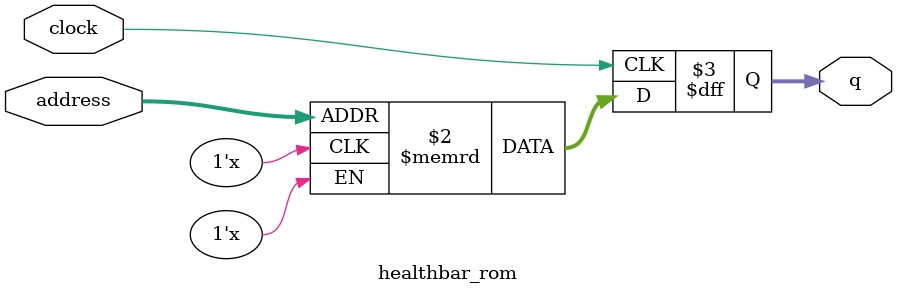
<source format=sv>
module healthbar_rom (
	input logic clock,
	input logic [14:0] address,
	output logic [3:0] q
);

logic [3:0] memory [0:19199] /* synthesis ram_init_file = "./healthbar/healthbar.mif" */;

always_ff @ (posedge clock) begin
	q <= memory[address];
end

endmodule

</source>
